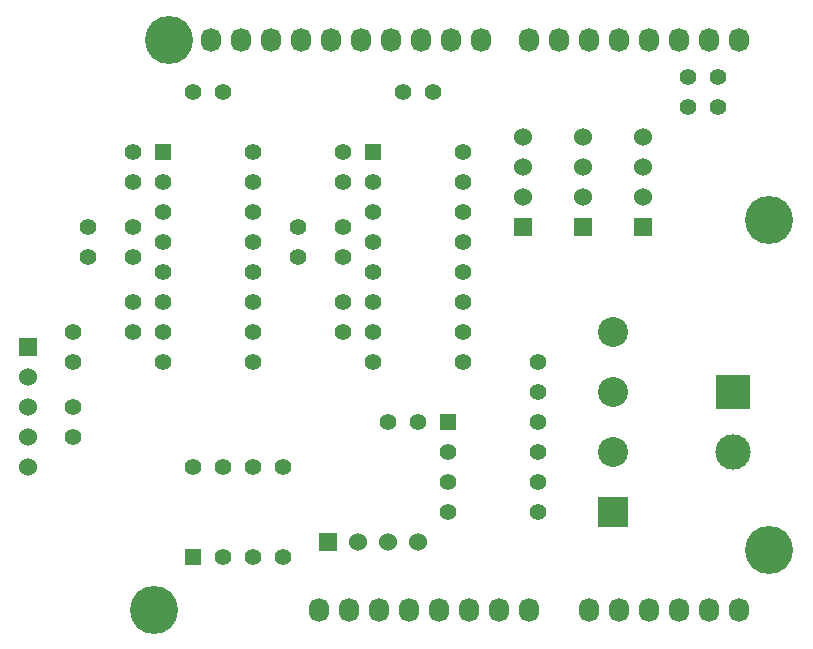
<source format=gbs>
G04 (created by PCBNEW (2013-june-11)-stable) date Fri 22 Jun 2018 15:49:11 EDT*
%MOIN*%
G04 Gerber Fmt 3.4, Leading zero omitted, Abs format*
%FSLAX34Y34*%
G01*
G70*
G90*
G04 APERTURE LIST*
%ADD10C,0.00393701*%
%ADD11O,0.068X0.08*%
%ADD12C,0.16*%
%ADD13C,0.055*%
%ADD14R,0.06X0.06*%
%ADD15C,0.06*%
%ADD16R,0.055X0.055*%
%ADD17R,0.1181X0.1181*%
%ADD18C,0.1181*%
%ADD19R,0.1X0.1*%
%ADD20C,0.1*%
G04 APERTURE END LIST*
G54D10*
G54D11*
X54700Y-48750D03*
X55700Y-48750D03*
X56700Y-48750D03*
X57700Y-48750D03*
X58700Y-48750D03*
X59700Y-48750D03*
X60700Y-48750D03*
X61700Y-48750D03*
X63700Y-48750D03*
X64700Y-48750D03*
X65700Y-48750D03*
X66700Y-48750D03*
X67700Y-48750D03*
X68700Y-48750D03*
X51100Y-29750D03*
X52100Y-29750D03*
X53100Y-29750D03*
X54100Y-29750D03*
X55100Y-29750D03*
X56100Y-29750D03*
X57100Y-29750D03*
X58100Y-29750D03*
X59100Y-29750D03*
X60100Y-29750D03*
X61700Y-29750D03*
X62700Y-29750D03*
X63700Y-29750D03*
X64700Y-29750D03*
X65700Y-29750D03*
X66700Y-29750D03*
X67700Y-29750D03*
X68700Y-29750D03*
G54D12*
X49200Y-48750D03*
X69700Y-46750D03*
X49700Y-29750D03*
X69700Y-35750D03*
G54D13*
X46500Y-43000D03*
X46500Y-42000D03*
X46500Y-40500D03*
X46500Y-39500D03*
X62000Y-41500D03*
X62000Y-40500D03*
X57000Y-42500D03*
X58000Y-42500D03*
G54D14*
X45000Y-40000D03*
G54D15*
X45000Y-41000D03*
X45000Y-42000D03*
X45000Y-43000D03*
X45000Y-44000D03*
G54D14*
X65500Y-36000D03*
G54D15*
X65500Y-35000D03*
X65500Y-34000D03*
X65500Y-33000D03*
G54D14*
X63500Y-36000D03*
G54D15*
X63500Y-35000D03*
X63500Y-34000D03*
X63500Y-33000D03*
G54D14*
X61500Y-36000D03*
G54D15*
X61500Y-35000D03*
X61500Y-34000D03*
X61500Y-33000D03*
G54D16*
X59000Y-42500D03*
G54D13*
X59000Y-43500D03*
X59000Y-44500D03*
X59000Y-45500D03*
X62000Y-45500D03*
X62000Y-44500D03*
X62000Y-43500D03*
X62000Y-42500D03*
G54D16*
X50500Y-47000D03*
G54D13*
X51500Y-47000D03*
X52500Y-47000D03*
X53500Y-47000D03*
X53500Y-44000D03*
X52500Y-44000D03*
X51500Y-44000D03*
X50500Y-44000D03*
G54D16*
X56500Y-33500D03*
G54D13*
X56500Y-34500D03*
X56500Y-35500D03*
X56500Y-36500D03*
X56500Y-37500D03*
X56500Y-38500D03*
X56500Y-39500D03*
X56500Y-40500D03*
X59500Y-40500D03*
X59500Y-39500D03*
X59500Y-38500D03*
X59500Y-37500D03*
X59500Y-36500D03*
X59500Y-35500D03*
X59500Y-34500D03*
X59500Y-33500D03*
G54D16*
X49500Y-33500D03*
G54D13*
X49500Y-34500D03*
X49500Y-35500D03*
X49500Y-36500D03*
X49500Y-37500D03*
X49500Y-38500D03*
X49500Y-39500D03*
X49500Y-40500D03*
X52500Y-40500D03*
X52500Y-39500D03*
X52500Y-38500D03*
X52500Y-37500D03*
X52500Y-36500D03*
X52500Y-35500D03*
X52500Y-34500D03*
X52500Y-33500D03*
X48500Y-38500D03*
X48500Y-39500D03*
X51500Y-31500D03*
X50500Y-31500D03*
X47000Y-36000D03*
X47000Y-37000D03*
X48500Y-36000D03*
X48500Y-37000D03*
X55500Y-33500D03*
X55500Y-34500D03*
X55500Y-36000D03*
X55500Y-37000D03*
X54000Y-36000D03*
X54000Y-37000D03*
X55500Y-38500D03*
X55500Y-39500D03*
X58500Y-31500D03*
X57500Y-31500D03*
X48500Y-33500D03*
X48500Y-34500D03*
G54D17*
X68500Y-41500D03*
G54D18*
X68500Y-43500D03*
G54D19*
X64500Y-45511D03*
G54D20*
X64500Y-43503D03*
X64500Y-41496D03*
X64500Y-39488D03*
G54D14*
X55000Y-46500D03*
G54D15*
X56000Y-46500D03*
X57000Y-46500D03*
X58000Y-46500D03*
G54D13*
X68000Y-31000D03*
X68000Y-32000D03*
X67000Y-32000D03*
X67000Y-31000D03*
M02*

</source>
